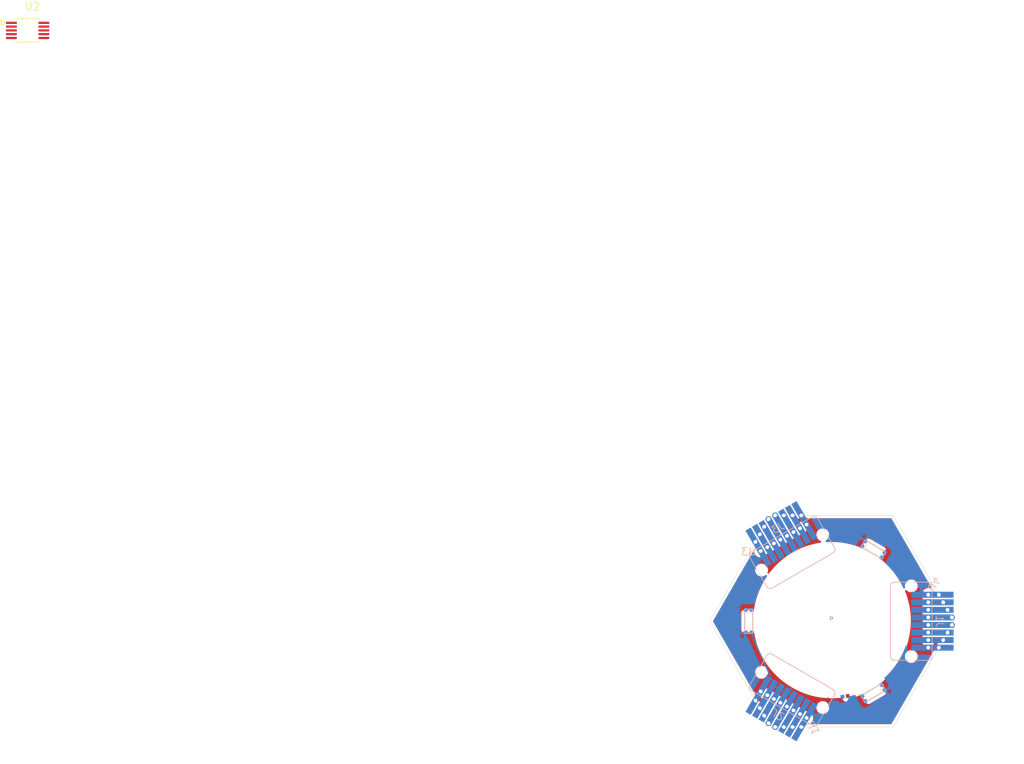
<source format=kicad_pcb>
(kicad_pcb (version 20240108) (generator "pcbnew") (generator_version "8.0")
  (layers (0 "F.Cu" signal) (31 "B.Cu" signal) (34 "B.Paste" user) (35 "F.Paste" user) (36 "B.SilkS" user "B.Silkscreen") (37 "F.SilkS" user "F.Silkscreen") (38 "B.Mask" user) (39 "F.Mask" user) (44 "Edge.Cuts" user))
  (net 0 "")
  (net 1 "VCC")
  (net 2 "GND")
  (net 3 "Net-(J1-Pin_7)")
  (net 4 "Net-(J1-Pin_5)")
  (net 5 "unconnected-(J1-Pin_2-Pad2)")
  (net 7 "Vdrive")
  (net 8 "Net-(U2-1Y1)")
  (net 12 "Net-(J1-Pin_4)")
  (net 13 "Net-(J1-Pin_6)")
  (net 14 "unconnected-(J1-Pin_3-Pad3)")
  (net 15 "Net-(J2-Pin_4)")
  (net 16 "Net-(J2-Pin_5)")
  (net 19 "Net-(J3-Pin_5)")
  (net 20 "Net-(J3-Pin_4)")
  (net 21 "unconnected-(J3-Pin_3-Pad3)")
  (net 22 "unconnected-(J3-Pin_2-Pad2)")
  (footprint "adhoc:Coil_2Side_20mm" (layer "F.Cu") (at 110 80 10)
    (property "Reference" "L1" (hide yes))
    (property "Value" "ElectromagneticActor" (hide yes))
  )
  (footprint "adhoc:SOP50P490X110-10N" (layer "F.Cu") (at 3.65 1.825)
    (property "Reference" "U2")
    (property "Value" "74LVC2G3157DPJ")
  )
  (footprint "adhoc:B3DQ3BRG-05C000113U1930_Flip" (layer "B.Cu") (at 99 80 180)
    (property "Reference" "U3")
    (property "Value" "~")
    (fp_poly (pts (xy -0.600001 1.1) (xy 0.600001 1.1) (xy 0.600001 -1.1) (xy -0.600001 -1.1)) (stroke (width 0.05)) (fill none) (layer "Edge.Cuts"))
  )
  (footprint "adhoc:Stacker-8pos-mate" (layer "B.Cu") (at 104.75 89.093267 -30)
    (property "Reference" "J2")
    (property "Value" "~")
  )
  (footprint "adhoc:B3DQ3BRG-05C000113U1930_Flip" (layer "B.Cu") (at 115.5 70.5 60)
    (property "Reference" "U4")
    (property "Value" "~")
    (fp_poly (pts (xy -0.600001 1.1) (xy 0.600001 1.1) (xy 0.600001 -1.1) (xy -0.600001 -1.1)) (stroke (width 0.05)) (fill none) (layer "Edge.Cuts"))
  )
  (footprint "adhoc:Stacker-8pos-mate" (layer "B.Cu") (at 104.75 70.906733 -150)
    (property "Reference" "J3")
    (property "Value" "~")
  )
  (footprint "adhoc:Stacker-8pos-mate" (layer "B.Cu") (at 120.5 80 90)
    (property "Reference" "J1")
    (property "Value" "~")
  )
  (footprint "adhoc:B3DQ3BRG-05C000113U1930_Flip" (layer "B.Cu") (at 115.5 89.5 -60)
    (property "Reference" "U1")
    (property "Value" "~")
    (fp_poly (pts (xy -0.600001 1.1) (xy 0.600001 1.1) (xy 0.600001 -1.1) (xy -0.600001 -1.1)) (stroke (width 0.05)) (fill none) (layer "Edge.Cuts"))
  )
  (gr_rect (start 123.25 79.1) (end 126.1 79.9) (fill solid) (layer "B.Cu") (net 4))
  (gr_rect (start 123.25 77.1) (end 126.1 77.9) (fill solid) (layer "B.Cu") (net 3))
  (gr_poly (pts (xy 102.422372 90.924837) (xy 100.997372 93.393009) (xy 100.304552 92.993009) (xy 101.729552 90.524837)) (fill solid) (layer "B.Cu") (net 14))
  (gr_poly (pts (xy 104.327628 67.975163) (xy 102.902628 65.506991) (xy 103.595448 65.106991) (xy 105.020448 67.575163)) (fill solid) (layer "B.Cu") (net 21))
  (gr_poly (pts (xy 101.729552 69.475163) (xy 100.304552 67.006991) (xy 100.997372 66.606991) (xy 102.422372 69.075163)) (fill solid) (layer "B.Cu") (net 13))
  (gr_poly (pts (xy 106.059679 66.975163) (xy 104.634679 64.506991) (xy 105.327499 64.106991) (xy 106.752499 66.575163)) (fill solid) (layer "B.Cu") (net 1))
  (gr_rect (start 123.25 76.1) (end 126.1 76.9) (fill solid) (layer "B.Cu") (net 2))
  (gr_poly (pts (xy 100.863526 69.975163) (xy 99.438526 67.506991) (xy 100.131347 67.106991) (xy 101.556348 69.575163)) (fill solid) (layer "B.Cu") (net 3))
  (gr_rect (start 123.25 82.1) (end 126.1 82.9) (fill solid) (layer "B.Cu") (net 5))
  (gr_poly (pts (xy 102.595577 68.975163) (xy 101.170577 66.506991) (xy 101.863397 66.106991) (xy 103.288397 68.575163)) (fill solid) (layer "B.Cu") (net 19))
  (gr_poly (pts (xy 101.556346 90.424837) (xy 100.131347 92.893009) (xy 99.438526 92.493009) (xy 100.863526 90.024837)) (fill solid) (layer "B.Cu") (net 5))
  (gr_poly (pts (xy 105.193653 67.475163) (xy 103.768653 65.006991) (xy 104.461474 64.606991) (xy 105.886473 67.075163)) (fill solid) (layer "B.Cu") (net 22))
  (gr_rect (start 123.25 81.1) (end 126.1 81.9) (fill solid) (layer "B.Cu") (net 14))
  (gr_rect (start 123.25 78.1) (end 126.1 78.9) (fill solid) (layer "B.Cu") (net 13))
  (gr_poly (pts (xy 100.690321 89.924837) (xy 99.265321 92.393009) (xy 98.572501 91.993009) (xy 99.997501 89.524837)) (fill solid) (layer "B.Cu"))
  (gr_poly (pts (xy 104.154423 91.924837) (xy 102.729423 94.393009) (xy 102.036603 93.993009) (xy 103.461602 91.524837)) (fill solid) (layer "B.Cu") (net 16))
  (gr_rect (start 123.25 80.1) (end 126.1 80.9) (fill solid) (layer "B.Cu") (net 12))
  (gr_poly (pts (xy 103.461603 68.475163) (xy 102.036603 66.006991) (xy 102.729423 65.606991) (xy 104.154423 68.075163)) (fill solid) (layer "B.Cu") (net 20))
  (gr_poly (pts (xy 105.020448 92.424837) (xy 103.595448 94.893009) (xy 102.902628 94.493009) (xy 104.327628 92.024837)) (fill solid) (layer "B.Cu") (net 13))
  (gr_rect (start 123.25 83.1) (end 126.1 83.9) (fill solid) (layer "B.Cu") (net 1))
  (gr_poly (pts (xy 103.288397 91.424836) (xy 101.863397 93.893009) (xy 101.170577 93.493009) (xy 102.595577 91.024837)) (fill solid) (layer "B.Cu") (net 12))
  (gr_poly (pts (xy 106.752499 93.424837) (xy 105.327499 95.893009) (xy 104.634679 95.493009) (xy 106.059679 93.024837)) (fill solid) (layer "B.Cu") (net 2))
  (gr_poly (pts (xy 105.886473 92.924837) (xy 104.461474 95.393009) (xy 103.768653 94.993009) (xy 105.193652 92.524836)) (fill solid) (layer "B.Cu") (net 3))
  (gr_poly (pts (xy 99.997501 70.475163) (xy 98.572501 68.006991) (xy 99.265321 67.606991) (xy 100.690321 70.075163)) (fill solid) (layer "B.Cu") (net 2))
  (gr_line (start 101.917 66) (end 118.083 66) (stroke (width 0.05)) (layer "Edge.Cuts"))
  (gr_line (start 118.083 94) (end 126.166 79.999833) (stroke (width 0.05)) (layer "Edge.Cuts"))
  (gr_line (start 101.917 94) (end 118.083 94) (stroke (width 0.05)) (layer "Edge.Cuts"))
  (gr_line (start 101.917 94.000334) (end 93.834 80.000167) (stroke (width 0.05)) (layer "Edge.Cuts"))
  (gr_line (start 93.834 80.000167) (end 101.917 66) (stroke (width 0.05)) (layer "Edge.Cuts"))
  (gr_line (start 126.166 80.000167) (end 118.083 66) (stroke (width 0.05)) (layer "Edge.Cuts"))
  (via (at 122.75 83.5) (size 0.75) (drill 0.5) (layers "F.Cu" "B.Cu") (net 1))
  (via (at 124.145274 83.5) (size 0.75) (drill 0.5) (layers "F.Cu" "B.Cu") (net 1))
  (via (at 106.656089 67.208176) (size 0.75) (drill 0.5) (layers "F.Cu" "B.Cu") (net 1))
  (via (at 100.593911 89.291824) (size 0.75) (drill 0.5) (layers "F.Cu" "B.Cu") (net 1))
  (via (at 105.958452 65.999833) (size 0.75) (drill 0.5) (layers "F.Cu" "B.Cu") (net 1))
  (via (at 99.896274 90.500167) (size 0.75) (drill 0.5) (layers "F.Cu" "B.Cu") (net 1))
  (via (at 124.145274 76.5) (size 0.75) (drill 0.5) (layers "F.Cu" "B.Cu") (net 2))
  (via (at 99.896274 69.499833) (size 0.75) (drill 0.5) (layers "F.Cu" "B.Cu") (net 2))
  (via (at 100.593911 70.708176) (size 0.75) (drill 0.5) (layers "F.Cu" "B.Cu") (net 2))
  (via (at 106.656089 92.791824) (size 0.75) (drill 0.5) (layers "F.Cu" "B.Cu") (net 2))
  (via (at 105.958452 94.000167) (size 0.75) (drill 0.5) (layers "F.Cu" "B.Cu") (net 2))
  (via (at 122.75 76.5) (size 0.75) (drill 0.5) (layers "F.Cu" "B.Cu") (net 2))
  (via (at 101.459936 70.208176) (size 0.75) (drill 0.5) (layers "F.Cu" "B.Cu") (net 3))
  (via (at 104.803752 94.000167) (size 0.75) (drill 0.5) (layers "F.Cu" "B.Cu") (net 3))
  (via (at 100.473624 68.499834) (size 0.75) (drill 0.5) (layers "F.Cu" "B.Cu") (net 3))
  (via (at 105.790063 92.291824) (size 0.75) (drill 0.5) (layers "F.Cu" "B.Cu") (net 3))
  (via (at 124.722624 77.5) (size 0.75) (drill 0.5) (layers "F.Cu" "B.Cu") (net 3))
  (via (at 122.75 77.5) (size 0.75) (drill 0.5) (layers "F.Cu" "B.Cu") (net 3))
  (via (at 125.877325 79.500167) (size 0.75) (drill 0.5) (layers "F.Cu" "B.Cu") (net 4))
  (via (at 122.75 79.5) (size 0.75) (drill 0.5) (layers "F.Cu" "B.Cu") (net 4))
  (segment (start 102.5 88.7) (end 99.6 82.3) (width 0.1524) (layer "B.Cu") (net 4))
  (segment (start 104.3 89.6) (end 102.5 88.7) (width 0.1524) (layer "B.Cu") (net 4))
  (segment (start 104.702195 88.826581) (end 104.3 89.6) (width 0.1524) (layer "B.Cu") (net 4))
  (segment (start 99.6 82.3) (end 99.4 81.6) (width 0.1524) (layer "B.Cu") (net 4))
  (via (at 101.459936 89.791823) (size 0.75) (drill 0.5) (layers "F.Cu" "B.Cu") (net 5))
  (via (at 100.473625 91.500166) (size 0.75) (drill 0.5) (layers "F.Cu" "B.Cu") (net 5))
  (via (at 122.75 82.5) (size 0.75) (drill 0.5) (layers "F.Cu" "B.Cu") (net 5))
  (via (at 124.722624 82.5) (size 0.75) (drill 0.5) (layers "F.Cu" "B.Cu") (net 5))
  (via (at 103.191987 90.791824) (size 0.75) (drill 0.5) (layers "F.Cu" "B.Cu") (net 12))
  (via (at 122.75 80.5) (size 0.75) (drill 0.5) (layers "F.Cu" "B.Cu") (net 12))
  (via (at 101.62818 93.500083) (size 0.75) (drill 0.5) (layers "F.Cu" "B.Cu") (net 12))
  (via (at 125.877325 80.500167) (size 0.75) (drill 0.5) (layers "F.Cu" "B.Cu") (net 12))
  (via (at 102.325962 69.708176) (size 0.75) (drill 0.5) (layers "F.Cu" "B.Cu") (net 13))
  (via (at 125.299975 78.5) (size 0.75) (drill 0.5) (layers "F.Cu" "B.Cu") (net 13))
  (via (at 101.050974 67.499833) (size 0.75) (drill 0.5) (layers "F.Cu" "B.Cu") (net 13))
  (via (at 104.924038 91.791824) (size 0.75) (drill 0.5) (layers "F.Cu" "B.Cu") (net 13))
  (via (at 122.75 78.5) (size 0.75) (drill 0.5) (layers "F.Cu" "B.Cu") (net 13))
  (via (at 103.649051 94.000167) (size 0.75) (drill 0.5) (layers "F.Cu" "B.Cu") (net 13))
  (segment (start 109.446667 90.154533) (end 109.534607 90.16152) (width 0.1524) (layer "B.Cu") (net 13))
  (via (at 101.050974 92.500167) (size 0.75) (drill 0.5) (layers "F.Cu" "B.Cu") (net 14))
  (via (at 125.299975 81.5) (size 0.75) (drill 0.5) (layers "F.Cu" "B.Cu") (net 14))
  (via (at 122.75 81.5) (size 0.75) (drill 0.5) (layers "F.Cu" "B.Cu") (net 14))
  (via (at 102.325962 90.291824) (size 0.75) (drill 0.5) (layers "F.Cu" "B.Cu") (net 14))
  (via (at 104.058013 91.291824) (size 0.75) (drill 0.5) (layers "F.Cu" "B.Cu") (net 16))
  (via (at 102.494206 94.000084) (size 0.75) (drill 0.5) (layers "F.Cu" "B.Cu") (net 16))
  (via (at 103.191987 69.208176) (size 0.75) (drill 0.5) (layers "F.Cu" "B.Cu") (net 19))
  (via (at 101.628469 66.49975) (size 0.75) (drill 0.5) (layers "F.Cu" "B.Cu") (net 19))
  (via (at 102.494495 65.99975) (size 0.75) (drill 0.5) (layers "F.Cu" "B.Cu") (net 20))
  (via (at 104.058013 68.708176) (size 0.75) (drill 0.5) (layers "F.Cu" "B.Cu") (net 20))
  (via (at 103.649051 65.999833) (size 0.75) (drill 0.5) (layers "F.Cu" "B.Cu") (net 21))
  (via (at 104.924038 68.208176) (size 0.75) (drill 0.5) (layers "F.Cu" "B.Cu") (net 21))
  (via (at 105.790064 67.708176) (size 0.75) (drill 0.5) (layers "F.Cu" "B.Cu") (net 22))
  (via (at 104.803752 65.999834) (size 0.75) (drill 0.5) (layers "F.Cu" "B.Cu") (net 22))
  (zone (net 1) (net_name "VCC") (layer "F.Cu") (connect_pads (clearance 0.5)) (min_thickness 0.25) (fill yes (thermal_gap 0.5) (thermal_bridge_width 0.5))
    (polygon (pts (xy 126.166 80) (xy 118.082904 94) (xy 101.917096 94) (xy 93.834 80) (xy 101.917096 66) (xy 118.082904 66)))
  )
  (zone (net 2) (net_name "GND") (layer "B.Cu") (connect_pads (clearance 0.5)) (min_thickness 0.25) (fill yes (thermal_gap 0.5) (thermal_bridge_width 0.5))
    (polygon (pts (xy 126.166 80) (xy 118.082904 94) (xy 101.917096 94) (xy 93.834 80) (xy 101.917096 66) (xy 118.082904 66)))
  )
)
</source>
